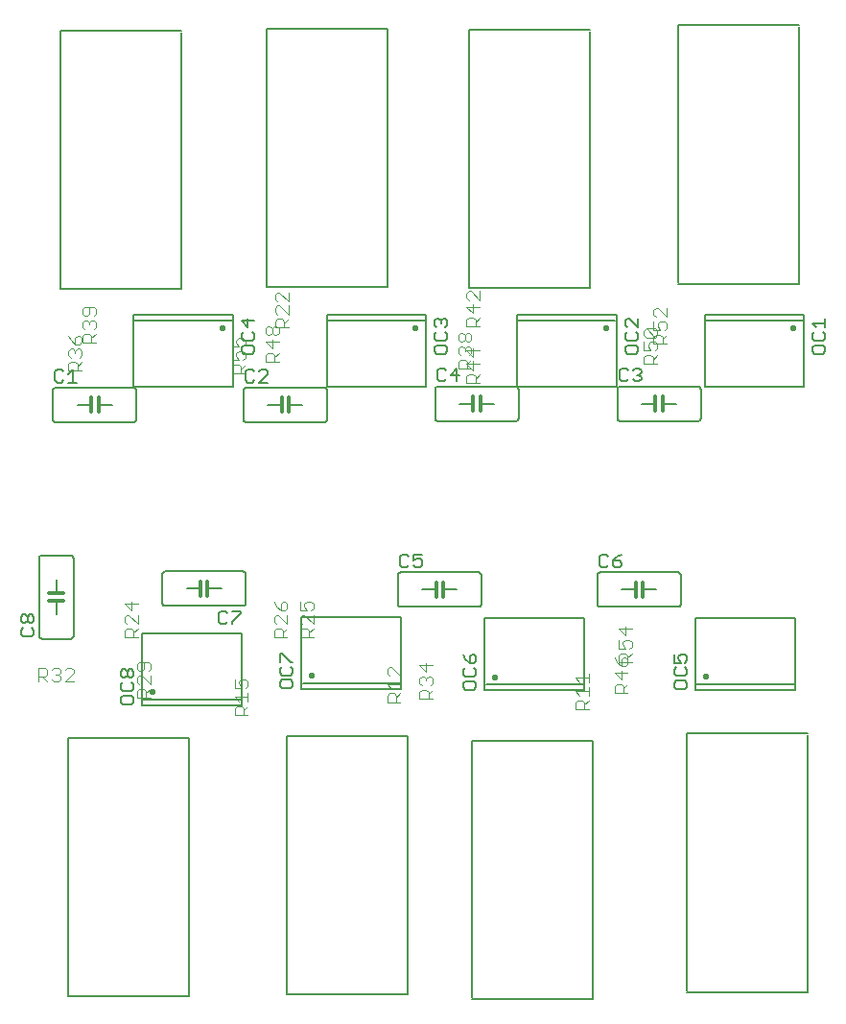
<source format=gto>
G75*
G70*
%OFA0B0*%
%FSLAX24Y24*%
%IPPOS*%
%LPD*%
%AMOC8*
5,1,8,0,0,1.08239X$1,22.5*
%
%ADD10C,0.0060*%
%ADD11C,0.0217*%
%ADD12C,0.0050*%
%ADD13C,0.0120*%
%ADD14C,0.0040*%
D10*
X004507Y010326D02*
X004507Y012830D01*
X007950Y012830D01*
X007950Y010529D01*
X004546Y010529D01*
X004507Y010326D02*
X007950Y010326D01*
X007950Y010529D01*
X010046Y010877D02*
X010046Y013381D01*
X013489Y013381D01*
X013489Y011080D01*
X010086Y011080D01*
X010046Y010877D02*
X013489Y010877D01*
X013489Y011080D01*
X013490Y013742D02*
X016190Y013742D01*
X016207Y013744D01*
X016224Y013748D01*
X016240Y013755D01*
X016254Y013765D01*
X016267Y013778D01*
X016277Y013792D01*
X016284Y013808D01*
X016288Y013825D01*
X016290Y013842D01*
X016290Y014842D01*
X016288Y014859D01*
X016284Y014876D01*
X016277Y014892D01*
X016267Y014906D01*
X016254Y014919D01*
X016240Y014929D01*
X016224Y014936D01*
X016207Y014940D01*
X016190Y014942D01*
X013490Y014942D01*
X013473Y014940D01*
X013456Y014936D01*
X013440Y014929D01*
X013426Y014919D01*
X013413Y014906D01*
X013403Y014892D01*
X013396Y014876D01*
X013392Y014859D01*
X013390Y014842D01*
X013390Y013842D01*
X013392Y013825D01*
X013396Y013808D01*
X013403Y013792D01*
X013413Y013778D01*
X013426Y013765D01*
X013440Y013755D01*
X013456Y013748D01*
X013473Y013744D01*
X013490Y013742D01*
X014240Y014342D02*
X014720Y014342D01*
X014970Y014342D02*
X015440Y014342D01*
X016412Y013342D02*
X016412Y010838D01*
X019855Y010838D01*
X019855Y011041D01*
X016452Y011041D01*
X016412Y013342D02*
X019855Y013342D01*
X019855Y011041D01*
X020423Y013742D02*
X023123Y013742D01*
X023140Y013744D01*
X023157Y013748D01*
X023173Y013755D01*
X023187Y013765D01*
X023200Y013778D01*
X023210Y013792D01*
X023217Y013808D01*
X023221Y013825D01*
X023223Y013842D01*
X023223Y014842D01*
X023221Y014859D01*
X023217Y014876D01*
X023210Y014892D01*
X023200Y014906D01*
X023187Y014919D01*
X023173Y014929D01*
X023157Y014936D01*
X023140Y014940D01*
X023123Y014942D01*
X020423Y014942D01*
X020406Y014940D01*
X020389Y014936D01*
X020373Y014929D01*
X020359Y014919D01*
X020346Y014906D01*
X020336Y014892D01*
X020329Y014876D01*
X020325Y014859D01*
X020323Y014842D01*
X020323Y013842D01*
X020325Y013825D01*
X020329Y013808D01*
X020336Y013792D01*
X020346Y013778D01*
X020359Y013765D01*
X020373Y013755D01*
X020389Y013748D01*
X020406Y013744D01*
X020423Y013742D01*
X021173Y014342D02*
X021653Y014342D01*
X021903Y014342D02*
X022373Y014342D01*
X023743Y013353D02*
X023743Y010849D01*
X027186Y010849D01*
X027186Y011053D01*
X023782Y011053D01*
X023743Y013353D02*
X027186Y013353D01*
X027186Y011053D01*
X023819Y020198D02*
X021119Y020198D01*
X021102Y020200D01*
X021085Y020204D01*
X021069Y020211D01*
X021055Y020221D01*
X021042Y020234D01*
X021032Y020248D01*
X021025Y020264D01*
X021021Y020281D01*
X021019Y020298D01*
X021019Y021298D01*
X020987Y021385D02*
X020987Y023889D01*
X017544Y023889D01*
X017544Y023686D01*
X020948Y023686D01*
X021119Y021398D02*
X023819Y021398D01*
X023836Y021396D01*
X023853Y021392D01*
X023869Y021385D01*
X023883Y021375D01*
X023896Y021362D01*
X023906Y021348D01*
X023913Y021332D01*
X023917Y021315D01*
X023919Y021298D01*
X023919Y020298D01*
X023917Y020281D01*
X023913Y020264D01*
X023906Y020248D01*
X023896Y020234D01*
X023883Y020221D01*
X023869Y020211D01*
X023853Y020204D01*
X023836Y020200D01*
X023819Y020198D01*
X023069Y020798D02*
X022599Y020798D01*
X022349Y020798D02*
X021869Y020798D01*
X021119Y021398D02*
X021102Y021396D01*
X021085Y021392D01*
X021069Y021385D01*
X021055Y021375D01*
X021042Y021362D01*
X021032Y021348D01*
X021025Y021332D01*
X021021Y021315D01*
X021019Y021298D01*
X020987Y021385D02*
X017544Y021385D01*
X017544Y023686D01*
X017485Y021398D02*
X014785Y021398D01*
X014768Y021396D01*
X014751Y021392D01*
X014735Y021385D01*
X014721Y021375D01*
X014708Y021362D01*
X014698Y021348D01*
X014691Y021332D01*
X014687Y021315D01*
X014685Y021298D01*
X014685Y020298D01*
X014687Y020281D01*
X014691Y020264D01*
X014698Y020248D01*
X014708Y020234D01*
X014721Y020221D01*
X014735Y020211D01*
X014751Y020204D01*
X014768Y020200D01*
X014785Y020198D01*
X017485Y020198D01*
X017502Y020200D01*
X017519Y020204D01*
X017535Y020211D01*
X017549Y020221D01*
X017562Y020234D01*
X017572Y020248D01*
X017579Y020264D01*
X017583Y020281D01*
X017585Y020298D01*
X017585Y021298D01*
X017583Y021315D01*
X017579Y021332D01*
X017572Y021348D01*
X017562Y021362D01*
X017549Y021375D01*
X017535Y021385D01*
X017519Y021392D01*
X017502Y021396D01*
X017485Y021398D01*
X016735Y020798D02*
X016265Y020798D01*
X016015Y020798D02*
X015535Y020798D01*
X014361Y021385D02*
X014361Y023889D01*
X010918Y023889D01*
X010918Y023686D01*
X014322Y023686D01*
X014361Y021385D02*
X010918Y021385D01*
X010918Y023686D01*
X010823Y021359D02*
X008123Y021359D01*
X008106Y021357D01*
X008089Y021353D01*
X008073Y021346D01*
X008059Y021336D01*
X008046Y021323D01*
X008036Y021309D01*
X008029Y021293D01*
X008025Y021276D01*
X008023Y021259D01*
X008023Y020259D01*
X008025Y020242D01*
X008029Y020225D01*
X008036Y020209D01*
X008046Y020195D01*
X008059Y020182D01*
X008073Y020172D01*
X008089Y020165D01*
X008106Y020161D01*
X008123Y020159D01*
X010823Y020159D01*
X010840Y020161D01*
X010857Y020165D01*
X010873Y020172D01*
X010887Y020182D01*
X010900Y020195D01*
X010910Y020209D01*
X010917Y020225D01*
X010921Y020242D01*
X010923Y020259D01*
X010923Y021259D01*
X010921Y021276D01*
X010917Y021293D01*
X010910Y021309D01*
X010900Y021323D01*
X010887Y021336D01*
X010873Y021346D01*
X010857Y021353D01*
X010840Y021357D01*
X010823Y021359D01*
X010073Y020759D02*
X009603Y020759D01*
X009353Y020759D02*
X008873Y020759D01*
X007656Y021385D02*
X007656Y023889D01*
X004214Y023889D01*
X004214Y023686D01*
X007617Y023686D01*
X007656Y021385D02*
X004214Y021385D01*
X004214Y023686D01*
X004205Y021359D02*
X001505Y021359D01*
X001488Y021357D01*
X001471Y021353D01*
X001455Y021346D01*
X001441Y021336D01*
X001428Y021323D01*
X001418Y021309D01*
X001411Y021293D01*
X001407Y021276D01*
X001405Y021259D01*
X001405Y020259D01*
X001407Y020242D01*
X001411Y020225D01*
X001418Y020209D01*
X001428Y020195D01*
X001441Y020182D01*
X001455Y020172D01*
X001471Y020165D01*
X001488Y020161D01*
X001505Y020159D01*
X004205Y020159D01*
X004222Y020161D01*
X004239Y020165D01*
X004255Y020172D01*
X004269Y020182D01*
X004282Y020195D01*
X004292Y020209D01*
X004299Y020225D01*
X004303Y020242D01*
X004305Y020259D01*
X004305Y021259D01*
X004303Y021276D01*
X004299Y021293D01*
X004292Y021309D01*
X004282Y021323D01*
X004269Y021336D01*
X004255Y021346D01*
X004239Y021353D01*
X004222Y021357D01*
X004205Y021359D01*
X003455Y020759D02*
X002985Y020759D01*
X002735Y020759D02*
X002255Y020759D01*
X002017Y015536D02*
X001017Y015536D01*
X001000Y015534D01*
X000983Y015530D01*
X000967Y015523D01*
X000953Y015513D01*
X000940Y015500D01*
X000930Y015486D01*
X000923Y015470D01*
X000919Y015453D01*
X000917Y015436D01*
X000917Y012736D01*
X000919Y012719D01*
X000923Y012702D01*
X000930Y012686D01*
X000940Y012672D01*
X000953Y012659D01*
X000967Y012649D01*
X000983Y012642D01*
X001000Y012638D01*
X001017Y012636D01*
X002017Y012636D01*
X002034Y012638D01*
X002051Y012642D01*
X002067Y012649D01*
X002081Y012659D01*
X002094Y012672D01*
X002104Y012686D01*
X002111Y012702D01*
X002115Y012719D01*
X002117Y012736D01*
X002117Y015436D01*
X002115Y015453D01*
X002111Y015470D01*
X002104Y015486D01*
X002094Y015500D01*
X002081Y015513D01*
X002067Y015523D01*
X002051Y015530D01*
X002034Y015534D01*
X002017Y015536D01*
X001517Y014686D02*
X001517Y014216D01*
X001517Y013966D02*
X001517Y013486D01*
X005208Y013873D02*
X005208Y014873D01*
X005210Y014890D01*
X005214Y014907D01*
X005221Y014923D01*
X005231Y014937D01*
X005244Y014950D01*
X005258Y014960D01*
X005274Y014967D01*
X005291Y014971D01*
X005308Y014973D01*
X008008Y014973D01*
X008025Y014971D01*
X008042Y014967D01*
X008058Y014960D01*
X008072Y014950D01*
X008085Y014937D01*
X008095Y014923D01*
X008102Y014907D01*
X008106Y014890D01*
X008108Y014873D01*
X008108Y013873D01*
X008106Y013856D01*
X008102Y013839D01*
X008095Y013823D01*
X008085Y013809D01*
X008072Y013796D01*
X008058Y013786D01*
X008042Y013779D01*
X008025Y013775D01*
X008008Y013773D01*
X005308Y013773D01*
X005291Y013775D01*
X005274Y013779D01*
X005258Y013786D01*
X005244Y013796D01*
X005231Y013809D01*
X005221Y013823D01*
X005214Y013839D01*
X005210Y013856D01*
X005208Y013873D01*
X006058Y014373D02*
X006528Y014373D01*
X006778Y014373D02*
X007258Y014373D01*
X024052Y021385D02*
X027495Y021385D01*
X027495Y023889D01*
X024052Y023889D01*
X024052Y023686D01*
X027456Y023686D01*
X024052Y023686D02*
X024052Y021385D01*
D11*
X027147Y023424D03*
X020639Y023424D03*
X014013Y023424D03*
X007308Y023424D03*
X010395Y011342D03*
X004855Y010790D03*
X016761Y011302D03*
X024091Y011314D03*
D12*
X006145Y000204D02*
X001935Y000204D01*
X001935Y000256D02*
X001935Y009180D01*
X006145Y009180D01*
X006145Y009141D02*
X006145Y000204D01*
X009534Y000282D02*
X013744Y000282D01*
X013744Y009219D01*
X013744Y009259D02*
X009534Y009259D01*
X009534Y000335D01*
X015951Y000178D02*
X015951Y009101D01*
X020161Y009101D01*
X020161Y009062D02*
X020161Y000125D01*
X015951Y000125D01*
X023431Y000361D02*
X027641Y000361D01*
X027641Y009298D01*
X027641Y009338D02*
X023431Y009338D01*
X023431Y000414D01*
X023369Y010876D02*
X023069Y010876D01*
X022994Y010951D01*
X022994Y011102D01*
X023069Y011177D01*
X023369Y011177D01*
X023444Y011102D01*
X023444Y010951D01*
X023369Y010876D01*
X023369Y011337D02*
X023069Y011337D01*
X022994Y011412D01*
X022994Y011562D01*
X023069Y011637D01*
X022994Y011797D02*
X023219Y011797D01*
X023144Y011947D01*
X023144Y012022D01*
X023219Y012097D01*
X023369Y012097D01*
X023444Y012022D01*
X023444Y011872D01*
X023369Y011797D01*
X023369Y011637D02*
X023444Y011562D01*
X023444Y011412D01*
X023369Y011337D01*
X022994Y011797D02*
X022994Y012097D01*
X021083Y015117D02*
X021158Y015192D01*
X021158Y015267D01*
X021083Y015342D01*
X020858Y015342D01*
X020858Y015192D01*
X020933Y015117D01*
X021083Y015117D01*
X020858Y015342D02*
X021008Y015492D01*
X021158Y015567D01*
X020698Y015492D02*
X020623Y015567D01*
X020473Y015567D01*
X020398Y015492D01*
X020398Y015192D01*
X020473Y015117D01*
X020623Y015117D01*
X020698Y015192D01*
X016114Y012011D02*
X016114Y011860D01*
X016039Y011785D01*
X015889Y011785D01*
X015889Y012011D01*
X015964Y012086D01*
X016039Y012086D01*
X016114Y012011D01*
X015889Y011785D02*
X015738Y011935D01*
X015663Y012086D01*
X015738Y011625D02*
X015663Y011550D01*
X015663Y011400D01*
X015738Y011325D01*
X016039Y011325D01*
X016114Y011400D01*
X016114Y011550D01*
X016039Y011625D01*
X016039Y011165D02*
X015738Y011165D01*
X015663Y011090D01*
X015663Y010940D01*
X015738Y010865D01*
X016039Y010865D01*
X016114Y010940D01*
X016114Y011090D01*
X016039Y011165D01*
X014150Y015117D02*
X014000Y015117D01*
X013925Y015192D01*
X013925Y015342D02*
X014075Y015417D01*
X014150Y015417D01*
X014225Y015342D01*
X014225Y015192D01*
X014150Y015117D01*
X013925Y015342D02*
X013925Y015567D01*
X014225Y015567D01*
X013765Y015492D02*
X013690Y015567D01*
X013540Y015567D01*
X013465Y015492D01*
X013465Y015192D01*
X013540Y015117D01*
X013690Y015117D01*
X013765Y015192D01*
X009748Y011825D02*
X009673Y011825D01*
X009372Y012125D01*
X009297Y012125D01*
X009297Y011825D01*
X009372Y011665D02*
X009297Y011590D01*
X009297Y011439D01*
X009372Y011364D01*
X009673Y011364D01*
X009748Y011439D01*
X009748Y011590D01*
X009673Y011665D01*
X009673Y011204D02*
X009372Y011204D01*
X009297Y011129D01*
X009297Y010979D01*
X009372Y010904D01*
X009673Y010904D01*
X009748Y010979D01*
X009748Y011129D01*
X009673Y011204D01*
X007623Y013148D02*
X007623Y013223D01*
X007923Y013523D01*
X007923Y013598D01*
X007623Y013598D01*
X007463Y013523D02*
X007388Y013598D01*
X007238Y013598D01*
X007163Y013523D01*
X007163Y013223D01*
X007238Y013148D01*
X007388Y013148D01*
X007463Y013223D01*
X004208Y011499D02*
X004208Y011349D01*
X004133Y011274D01*
X004058Y011274D01*
X003983Y011349D01*
X003983Y011499D01*
X004058Y011574D01*
X004133Y011574D01*
X004208Y011499D01*
X003983Y011499D02*
X003908Y011574D01*
X003833Y011574D01*
X003758Y011499D01*
X003758Y011349D01*
X003833Y011274D01*
X003908Y011274D01*
X003983Y011349D01*
X003833Y011113D02*
X003758Y011038D01*
X003758Y010888D01*
X003833Y010813D01*
X004133Y010813D01*
X004208Y010888D01*
X004208Y011038D01*
X004133Y011113D01*
X004133Y010653D02*
X003833Y010653D01*
X003758Y010578D01*
X003758Y010428D01*
X003833Y010353D01*
X004133Y010353D01*
X004208Y010428D01*
X004208Y010578D01*
X004133Y010653D01*
X000742Y012786D02*
X000742Y012936D01*
X000667Y013011D01*
X000667Y013171D02*
X000592Y013171D01*
X000516Y013246D01*
X000516Y013396D01*
X000592Y013471D01*
X000667Y013471D01*
X000742Y013396D01*
X000742Y013246D01*
X000667Y013171D01*
X000516Y013246D02*
X000441Y013171D01*
X000366Y013171D01*
X000291Y013246D01*
X000291Y013396D01*
X000366Y013471D01*
X000441Y013471D01*
X000516Y013396D01*
X000366Y013011D02*
X000291Y012936D01*
X000291Y012786D01*
X000366Y012711D01*
X000667Y012711D01*
X000742Y012786D01*
X001555Y021534D02*
X001705Y021534D01*
X001781Y021609D01*
X001941Y021534D02*
X002241Y021534D01*
X002091Y021534D02*
X002091Y021984D01*
X001941Y021834D01*
X001781Y021909D02*
X001705Y021984D01*
X001555Y021984D01*
X001480Y021909D01*
X001480Y021609D01*
X001555Y021534D01*
X001660Y024771D02*
X005870Y024771D01*
X005870Y033694D01*
X005870Y033747D02*
X001660Y033747D01*
X001660Y024810D01*
X007955Y023677D02*
X008180Y023451D01*
X008180Y023752D01*
X008405Y023677D02*
X007955Y023677D01*
X008030Y023291D02*
X007955Y023216D01*
X007955Y023066D01*
X008030Y022991D01*
X008330Y022991D01*
X008405Y023066D01*
X008405Y023216D01*
X008330Y023291D01*
X008330Y022831D02*
X008030Y022831D01*
X007955Y022756D01*
X007955Y022606D01*
X008030Y022531D01*
X008330Y022531D01*
X008405Y022606D01*
X008405Y022756D01*
X008330Y022831D01*
X008324Y021984D02*
X008173Y021984D01*
X008098Y021909D01*
X008098Y021609D01*
X008173Y021534D01*
X008324Y021534D01*
X008399Y021609D01*
X008559Y021534D02*
X008859Y021834D01*
X008859Y021909D01*
X008784Y021984D01*
X008634Y021984D01*
X008559Y021909D01*
X008399Y021909D02*
X008324Y021984D01*
X008559Y021534D02*
X008859Y021534D01*
X008825Y024849D02*
X013035Y024849D01*
X013035Y033773D01*
X013035Y033826D02*
X008825Y033826D01*
X008825Y024889D01*
X014659Y023677D02*
X014734Y023752D01*
X014810Y023752D01*
X014885Y023677D01*
X014960Y023752D01*
X015035Y023752D01*
X015110Y023677D01*
X015110Y023526D01*
X015035Y023451D01*
X015035Y023291D02*
X015110Y023216D01*
X015110Y023066D01*
X015035Y022991D01*
X014734Y022991D01*
X014659Y023066D01*
X014659Y023216D01*
X014734Y023291D01*
X014734Y023451D02*
X014659Y023526D01*
X014659Y023677D01*
X014885Y023677D02*
X014885Y023602D01*
X015035Y022831D02*
X014734Y022831D01*
X014659Y022756D01*
X014659Y022606D01*
X014734Y022531D01*
X015035Y022531D01*
X015110Y022606D01*
X015110Y022756D01*
X015035Y022831D01*
X014985Y022024D02*
X014835Y022024D01*
X014760Y021949D01*
X014760Y021648D01*
X014835Y021573D01*
X014985Y021573D01*
X015060Y021648D01*
X015220Y021798D02*
X015520Y021798D01*
X015445Y021573D02*
X015445Y022024D01*
X015220Y021798D01*
X015060Y021949D02*
X014985Y022024D01*
X015872Y024810D02*
X020082Y024810D01*
X020082Y033734D01*
X020082Y033786D02*
X015872Y033786D01*
X015872Y024849D01*
X021094Y021949D02*
X021094Y021648D01*
X021169Y021573D01*
X021320Y021573D01*
X021395Y021648D01*
X021555Y021648D02*
X021630Y021573D01*
X021780Y021573D01*
X021855Y021648D01*
X021855Y021723D01*
X021780Y021798D01*
X021705Y021798D01*
X021780Y021798D02*
X021855Y021873D01*
X021855Y021949D01*
X021780Y022024D01*
X021630Y022024D01*
X021555Y021949D01*
X021395Y021949D02*
X021320Y022024D01*
X021169Y022024D01*
X021094Y021949D01*
X021360Y022531D02*
X021661Y022531D01*
X021736Y022606D01*
X021736Y022756D01*
X021661Y022831D01*
X021360Y022831D01*
X021285Y022756D01*
X021285Y022606D01*
X021360Y022531D01*
X021360Y022991D02*
X021661Y022991D01*
X021736Y023066D01*
X021736Y023216D01*
X021661Y023291D01*
X021736Y023451D02*
X021436Y023752D01*
X021360Y023752D01*
X021285Y023677D01*
X021285Y023526D01*
X021360Y023451D01*
X021360Y023291D02*
X021285Y023216D01*
X021285Y023066D01*
X021360Y022991D01*
X021736Y023451D02*
X021736Y023752D01*
X023116Y024968D02*
X027326Y024968D01*
X027326Y033891D01*
X027326Y033944D02*
X023116Y033944D01*
X023116Y025007D01*
X027793Y023602D02*
X028244Y023602D01*
X028244Y023752D02*
X028244Y023451D01*
X028169Y023291D02*
X028244Y023216D01*
X028244Y023066D01*
X028169Y022991D01*
X027868Y022991D01*
X027793Y023066D01*
X027793Y023216D01*
X027868Y023291D01*
X027943Y023451D02*
X027793Y023602D01*
X027868Y022831D02*
X027793Y022756D01*
X027793Y022606D01*
X027868Y022531D01*
X028169Y022531D01*
X028244Y022606D01*
X028244Y022756D01*
X028169Y022831D01*
X027868Y022831D01*
D13*
X022599Y021048D02*
X022599Y020798D01*
X022599Y020548D01*
X022349Y020548D02*
X022349Y020798D01*
X022349Y021048D01*
X021903Y014592D02*
X021903Y014342D01*
X021903Y014092D01*
X021653Y014092D02*
X021653Y014342D01*
X021653Y014592D01*
X016265Y020548D02*
X016265Y020798D01*
X016265Y021048D01*
X016015Y021048D02*
X016015Y020798D01*
X016015Y020548D01*
X014970Y014592D02*
X014970Y014342D01*
X014970Y014092D01*
X014720Y014092D02*
X014720Y014342D01*
X014720Y014592D01*
X009603Y020509D02*
X009603Y020759D01*
X009603Y021009D01*
X009353Y021009D02*
X009353Y020759D01*
X009353Y020509D01*
X006778Y014623D02*
X006778Y014373D01*
X006778Y014123D01*
X006528Y014123D02*
X006528Y014373D01*
X006528Y014623D01*
X001767Y014216D02*
X001517Y014216D01*
X001267Y014216D01*
X001267Y013966D02*
X001517Y013966D01*
X001767Y013966D01*
X002735Y020509D02*
X002735Y020759D01*
X002735Y021009D01*
X002985Y021009D02*
X002985Y020759D01*
X002985Y020509D01*
D14*
X002404Y021940D02*
X001944Y021940D01*
X001944Y022170D01*
X002020Y022247D01*
X002174Y022247D01*
X002251Y022170D01*
X002251Y021940D01*
X002251Y022094D02*
X002404Y022247D01*
X002327Y022401D02*
X002404Y022477D01*
X002404Y022631D01*
X002327Y022708D01*
X002251Y022708D01*
X002174Y022631D01*
X002174Y022554D01*
X002174Y022631D02*
X002097Y022708D01*
X002020Y022708D01*
X001944Y022631D01*
X001944Y022477D01*
X002020Y022401D01*
X002174Y022861D02*
X002020Y023015D01*
X001944Y023168D01*
X002174Y023091D02*
X002174Y022861D01*
X002327Y022861D01*
X002404Y022938D01*
X002404Y023091D01*
X002327Y023168D01*
X002251Y023168D01*
X002174Y023091D01*
X002434Y023155D02*
X002511Y023232D01*
X002664Y023232D01*
X002741Y023155D01*
X002741Y022925D01*
X002894Y022925D02*
X002434Y022925D01*
X002434Y023155D01*
X002511Y023386D02*
X002434Y023462D01*
X002434Y023616D01*
X002511Y023693D01*
X002587Y023693D01*
X002664Y023616D01*
X002741Y023693D01*
X002818Y023693D01*
X002894Y023616D01*
X002894Y023462D01*
X002818Y023386D01*
X002894Y023232D02*
X002741Y023079D01*
X002664Y023539D02*
X002664Y023616D01*
X002587Y023846D02*
X002664Y023923D01*
X002664Y024153D01*
X002511Y024153D02*
X002818Y024153D01*
X002894Y024076D01*
X002894Y023923D01*
X002818Y023846D01*
X002587Y023846D02*
X002511Y023846D01*
X002434Y023923D01*
X002434Y024076D01*
X002511Y024153D01*
X007627Y023077D02*
X007627Y022771D01*
X007857Y022771D01*
X007780Y022924D01*
X007780Y023001D01*
X007857Y023077D01*
X008010Y023077D01*
X008087Y023001D01*
X008087Y022847D01*
X008010Y022771D01*
X008010Y022617D02*
X008087Y022540D01*
X008087Y022387D01*
X008010Y022310D01*
X007857Y022310D02*
X007780Y022464D01*
X007780Y022540D01*
X007857Y022617D01*
X008010Y022617D01*
X007857Y022310D02*
X007627Y022310D01*
X007627Y022617D01*
X007704Y022157D02*
X007857Y022157D01*
X007934Y022080D01*
X007934Y021850D01*
X007934Y022003D02*
X008087Y022157D01*
X008087Y021850D02*
X007627Y021850D01*
X007627Y022080D01*
X007704Y022157D01*
X008794Y022255D02*
X008794Y022485D01*
X008871Y022562D01*
X009024Y022562D01*
X009101Y022485D01*
X009101Y022255D01*
X009255Y022255D02*
X008794Y022255D01*
X009101Y022409D02*
X009255Y022562D01*
X009024Y022716D02*
X009024Y023023D01*
X008948Y023176D02*
X008871Y023176D01*
X008794Y023253D01*
X008794Y023406D01*
X008871Y023483D01*
X008948Y023483D01*
X009024Y023406D01*
X009024Y023253D01*
X008948Y023176D01*
X009024Y023253D02*
X009101Y023176D01*
X009178Y023176D01*
X009255Y023253D01*
X009255Y023406D01*
X009178Y023483D01*
X009101Y023483D01*
X009024Y023406D01*
X009127Y023437D02*
X009127Y023667D01*
X009204Y023744D01*
X009357Y023744D01*
X009434Y023667D01*
X009434Y023437D01*
X009587Y023437D02*
X009127Y023437D01*
X009434Y023591D02*
X009587Y023744D01*
X009587Y023897D02*
X009280Y024204D01*
X009204Y024204D01*
X009127Y024128D01*
X009127Y023974D01*
X009204Y023897D01*
X009587Y023897D02*
X009587Y024204D01*
X009587Y024358D02*
X009280Y024665D01*
X009204Y024665D01*
X009127Y024588D01*
X009127Y024435D01*
X009204Y024358D01*
X009587Y024358D02*
X009587Y024665D01*
X009255Y022946D02*
X008794Y022946D01*
X009024Y022716D01*
X015487Y022710D02*
X015564Y022786D01*
X015641Y022786D01*
X015717Y022710D01*
X015794Y022786D01*
X015871Y022786D01*
X015947Y022710D01*
X015947Y022556D01*
X015871Y022479D01*
X016011Y022429D02*
X016011Y022736D01*
X016241Y022659D02*
X015780Y022659D01*
X016011Y022429D01*
X015947Y022326D02*
X015794Y022172D01*
X015780Y022199D02*
X016011Y021968D01*
X016011Y022275D01*
X015794Y022249D02*
X015794Y022019D01*
X015947Y022019D02*
X015487Y022019D01*
X015487Y022249D01*
X015564Y022326D01*
X015717Y022326D01*
X015794Y022249D01*
X015780Y022199D02*
X016241Y022199D01*
X016241Y021815D02*
X016087Y021661D01*
X016087Y021738D02*
X016087Y021508D01*
X016241Y021508D02*
X015780Y021508D01*
X015780Y021738D01*
X015857Y021815D01*
X016011Y021815D01*
X016087Y021738D01*
X015564Y022479D02*
X015487Y022556D01*
X015487Y022710D01*
X015717Y022710D02*
X015717Y022633D01*
X015641Y022940D02*
X015564Y022940D01*
X015487Y023017D01*
X015487Y023170D01*
X015564Y023247D01*
X015641Y023247D01*
X015717Y023170D01*
X015717Y023017D01*
X015641Y022940D01*
X015717Y023017D02*
X015794Y022940D01*
X015871Y022940D01*
X015947Y023017D01*
X015947Y023170D01*
X015871Y023247D01*
X015794Y023247D01*
X015717Y023170D01*
X015780Y023476D02*
X015780Y023707D01*
X015857Y023783D01*
X016011Y023783D01*
X016087Y023707D01*
X016087Y023476D01*
X016241Y023476D02*
X015780Y023476D01*
X016087Y023630D02*
X016241Y023783D01*
X016011Y023937D02*
X016011Y024244D01*
X015857Y024397D02*
X015780Y024474D01*
X015780Y024627D01*
X015857Y024704D01*
X015934Y024704D01*
X016241Y024397D01*
X016241Y024704D01*
X016241Y024167D02*
X015780Y024167D01*
X016011Y023937D01*
X021944Y023327D02*
X022020Y023404D01*
X022327Y023097D01*
X022404Y023174D01*
X022404Y023327D01*
X022327Y023404D01*
X022020Y023404D01*
X021944Y023327D02*
X021944Y023174D01*
X022020Y023097D01*
X022327Y023097D01*
X022276Y023116D02*
X022353Y023193D01*
X022507Y023193D01*
X022583Y023116D01*
X022583Y022886D01*
X022583Y023039D02*
X022737Y023193D01*
X022660Y023346D02*
X022737Y023423D01*
X022737Y023576D01*
X022660Y023653D01*
X022507Y023653D01*
X022430Y023576D01*
X022430Y023500D01*
X022507Y023346D01*
X022276Y023346D01*
X022276Y023653D01*
X022353Y023807D02*
X022276Y023883D01*
X022276Y024037D01*
X022353Y024114D01*
X022430Y024114D01*
X022737Y023807D01*
X022737Y024114D01*
X022276Y023116D02*
X022276Y022886D01*
X022737Y022886D01*
X022404Y022867D02*
X022404Y022714D01*
X022327Y022637D01*
X022174Y022637D02*
X022097Y022790D01*
X022097Y022867D01*
X022174Y022944D01*
X022327Y022944D01*
X022404Y022867D01*
X022174Y022637D02*
X021944Y022637D01*
X021944Y022944D01*
X022020Y022483D02*
X021944Y022407D01*
X021944Y022176D01*
X022404Y022176D01*
X022251Y022176D02*
X022251Y022407D01*
X022174Y022483D01*
X022020Y022483D01*
X022251Y022330D02*
X022404Y022483D01*
X021286Y013051D02*
X021286Y012744D01*
X021056Y012974D01*
X021516Y012974D01*
X021440Y012590D02*
X021286Y012590D01*
X021209Y012513D01*
X021209Y012437D01*
X021286Y012283D01*
X021056Y012283D01*
X021056Y012590D01*
X021133Y012130D02*
X021056Y012053D01*
X021056Y011823D01*
X021516Y011823D01*
X021381Y011757D02*
X021381Y011910D01*
X021304Y011987D01*
X021227Y011987D01*
X021150Y011910D01*
X021150Y011680D01*
X021304Y011680D01*
X021381Y011757D01*
X021363Y011823D02*
X021363Y012053D01*
X021286Y012130D01*
X021133Y012130D01*
X020920Y011987D02*
X020997Y011833D01*
X021150Y011680D01*
X021150Y011526D02*
X021150Y011220D01*
X020920Y011450D01*
X021381Y011450D01*
X021381Y011066D02*
X021227Y010913D01*
X021227Y010989D02*
X021227Y010759D01*
X021381Y010759D02*
X020920Y010759D01*
X020920Y010989D01*
X020997Y011066D01*
X021150Y011066D01*
X021227Y010989D01*
X021363Y011976D02*
X021516Y012130D01*
X021440Y012283D02*
X021516Y012360D01*
X021516Y012513D01*
X021440Y012590D01*
X020016Y011424D02*
X020016Y011117D01*
X020016Y011270D02*
X019556Y011270D01*
X019709Y011117D01*
X019556Y010810D02*
X020016Y010810D01*
X020016Y010657D02*
X020016Y010964D01*
X019709Y010657D02*
X019556Y010810D01*
X019633Y010503D02*
X019556Y010426D01*
X019556Y010196D01*
X020016Y010196D01*
X019863Y010196D02*
X019863Y010426D01*
X019786Y010503D01*
X019633Y010503D01*
X019863Y010350D02*
X020016Y010503D01*
X014609Y010562D02*
X014148Y010562D01*
X014148Y010793D01*
X014225Y010869D01*
X014379Y010869D01*
X014455Y010793D01*
X014455Y010562D01*
X014455Y010716D02*
X014609Y010869D01*
X014532Y011023D02*
X014609Y011099D01*
X014609Y011253D01*
X014532Y011330D01*
X014455Y011330D01*
X014379Y011253D01*
X014379Y011176D01*
X014379Y011253D02*
X014302Y011330D01*
X014225Y011330D01*
X014148Y011253D01*
X014148Y011099D01*
X014225Y011023D01*
X014379Y011483D02*
X014379Y011790D01*
X014609Y011713D02*
X014148Y011713D01*
X014379Y011483D01*
X013481Y011353D02*
X013174Y011660D01*
X013097Y011660D01*
X013021Y011583D01*
X013021Y011430D01*
X013097Y011353D01*
X013021Y011046D02*
X013481Y011046D01*
X013481Y010893D02*
X013481Y011200D01*
X013481Y011353D02*
X013481Y011660D01*
X013021Y011046D02*
X013174Y010893D01*
X013097Y010739D02*
X013251Y010739D01*
X013327Y010663D01*
X013327Y010432D01*
X013327Y010586D02*
X013481Y010739D01*
X013481Y010432D02*
X013021Y010432D01*
X013021Y010663D01*
X013097Y010739D01*
X010453Y012689D02*
X009993Y012689D01*
X009993Y012919D01*
X010070Y012996D01*
X010223Y012996D01*
X010300Y012919D01*
X010300Y012689D01*
X010300Y012842D02*
X010453Y012996D01*
X010453Y013149D02*
X010146Y013456D01*
X010070Y013456D01*
X009993Y013380D01*
X009993Y013226D01*
X010070Y013149D01*
X010453Y013149D02*
X010453Y013456D01*
X010377Y013610D02*
X010453Y013687D01*
X010453Y013840D01*
X010377Y013917D01*
X010223Y013917D01*
X010146Y013840D01*
X010146Y013763D01*
X010223Y013610D01*
X009993Y013610D01*
X009993Y013917D01*
X009548Y013840D02*
X009471Y013917D01*
X009394Y013917D01*
X009318Y013840D01*
X009318Y013610D01*
X009471Y013610D01*
X009548Y013687D01*
X009548Y013840D01*
X009318Y013610D02*
X009164Y013763D01*
X009087Y013917D01*
X009164Y013456D02*
X009087Y013380D01*
X009087Y013226D01*
X009164Y013149D01*
X009164Y012996D02*
X009318Y012996D01*
X009394Y012919D01*
X009394Y012689D01*
X009394Y012842D02*
X009548Y012996D01*
X009548Y013149D02*
X009241Y013456D01*
X009164Y013456D01*
X009548Y013456D02*
X009548Y013149D01*
X009164Y012996D02*
X009087Y012919D01*
X009087Y012689D01*
X009548Y012689D01*
X008103Y011223D02*
X008180Y011146D01*
X008180Y010993D01*
X008103Y010916D01*
X007950Y010916D02*
X007873Y011070D01*
X007873Y011146D01*
X007950Y011223D01*
X008103Y011223D01*
X007950Y010916D02*
X007719Y010916D01*
X007719Y011223D01*
X007719Y010609D02*
X008180Y010609D01*
X008180Y010456D02*
X008180Y010763D01*
X007873Y010456D02*
X007719Y010609D01*
X007796Y010302D02*
X007950Y010302D01*
X008026Y010226D01*
X008026Y009995D01*
X008180Y009995D02*
X007719Y009995D01*
X007719Y010226D01*
X007796Y010302D01*
X008026Y010149D02*
X008180Y010302D01*
X004798Y010591D02*
X004337Y010591D01*
X004337Y010821D01*
X004414Y010898D01*
X004568Y010898D01*
X004644Y010821D01*
X004644Y010591D01*
X004644Y010744D02*
X004798Y010898D01*
X004798Y011051D02*
X004491Y011358D01*
X004414Y011358D01*
X004337Y011281D01*
X004337Y011128D01*
X004414Y011051D01*
X004798Y011051D02*
X004798Y011358D01*
X004721Y011511D02*
X004798Y011588D01*
X004798Y011742D01*
X004721Y011818D01*
X004414Y011818D01*
X004337Y011742D01*
X004337Y011588D01*
X004414Y011511D01*
X004491Y011511D01*
X004568Y011588D01*
X004568Y011818D01*
X004351Y012689D02*
X003891Y012689D01*
X003891Y012919D01*
X003967Y012996D01*
X004121Y012996D01*
X004198Y012919D01*
X004198Y012689D01*
X004198Y012842D02*
X004351Y012996D01*
X004351Y013149D02*
X004044Y013456D01*
X003967Y013456D01*
X003891Y013380D01*
X003891Y013226D01*
X003967Y013149D01*
X004351Y013149D02*
X004351Y013456D01*
X004121Y013610D02*
X004121Y013917D01*
X004351Y013840D02*
X003891Y013840D01*
X004121Y013610D01*
X002123Y011537D02*
X002047Y011613D01*
X001893Y011613D01*
X001816Y011537D01*
X001663Y011537D02*
X001586Y011613D01*
X001433Y011613D01*
X001356Y011537D01*
X001203Y011537D02*
X001203Y011383D01*
X001126Y011306D01*
X000896Y011306D01*
X001049Y011306D02*
X001203Y011153D01*
X001356Y011230D02*
X001433Y011153D01*
X001586Y011153D01*
X001663Y011230D01*
X001663Y011306D01*
X001586Y011383D01*
X001509Y011383D01*
X001586Y011383D02*
X001663Y011460D01*
X001663Y011537D01*
X001816Y011153D02*
X002123Y011460D01*
X002123Y011537D01*
X002123Y011153D02*
X001816Y011153D01*
X001203Y011537D02*
X001126Y011613D01*
X000896Y011613D01*
X000896Y011153D01*
M02*

</source>
